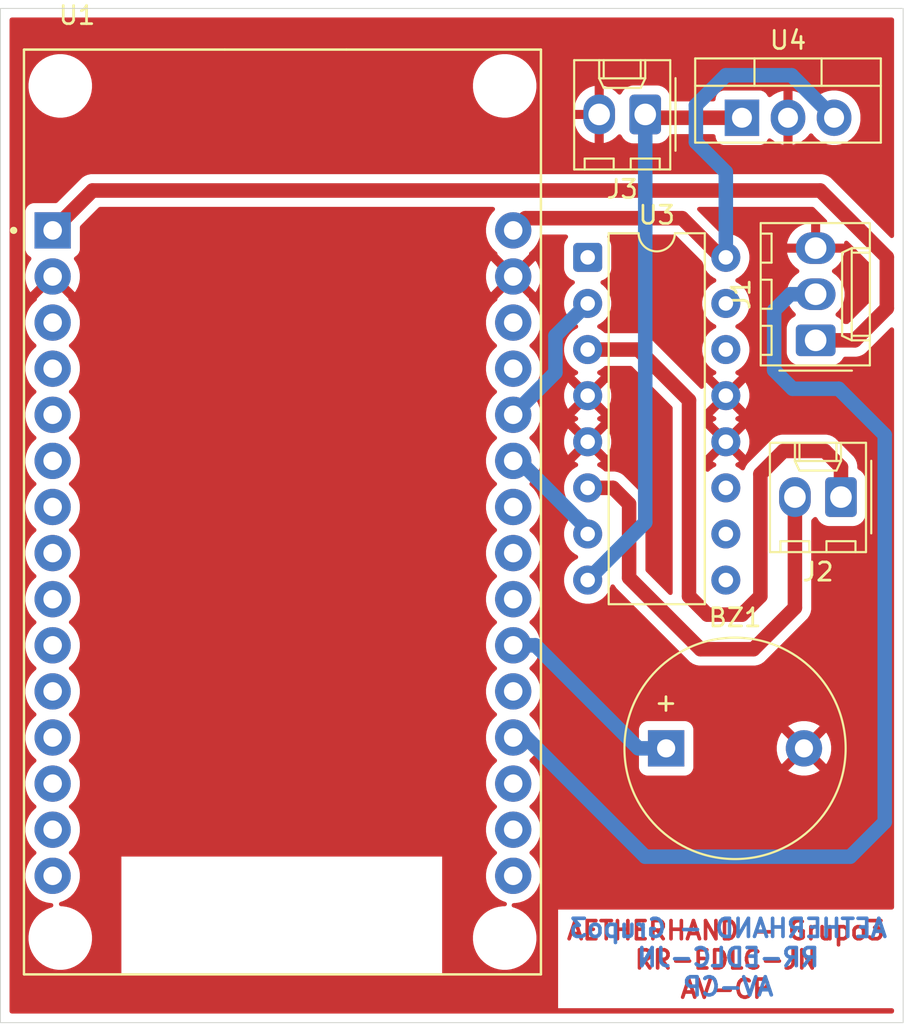
<source format=kicad_pcb>
(kicad_pcb (version 20241229) (generator "pcbnew") (generator_version "9.0")
  (layers (0 "F.Cu" signal) (2 "B.Cu" signal) (13 "F.Paste" user) (15 "B.Paste" user) (5 "F.SilkS" user "F.Silkscreen") (7 "B.SilkS" user "B.Silkscreen") (1 "F.Mask" user) (3 "B.Mask" user) (25 "Edge.Cuts" user))
  (net 0 "")
  (net 1 "+12V")
  (net 2 "/Mano/MOTOR A")
  (net 3 "/Mano/MOTOR B")
  (net 4 "GND")
  (net 8 "/Mano/3.3V")
  (net 20 "/Mano/5V/5V")
  (net 30 "/Mano/BUZZER/GPIO 32")
  (net 34 "/Mano/Controlador de motor/GPIO 14")
  (net 35 "/Mano/Controlador de motor/GPIO 27")
  (net 36 "/Mano/D34")
  (footprint "ESP32-DEVKIT-V1:MODULE_ESP32_DEVKIT_V1" (layer "F.Cu") (at 90.255 61.273)
    (property "Reference" "U1" (at -11.355 -27.36 0) (layer "F.SilkS"))
    (property "Value" "ESP32-DEVKIT-V1")
    (fp_line (start -14.28 -25.475) (end -3.211 -25.475) (stroke (width 0.127)) (layer "F.SilkS"))
    (fp_line (start -14.28 -25.475) (end 14.23 -25.475) (stroke (width 0.127)) (layer "F.SilkS"))
    (fp_line (start -14.28 25.475) (end -14.28 -25.475) (stroke (width 0.127)) (layer "F.SilkS"))
    (fp_line (start -14.28 25.475) (end -14.28 -25.475) (stroke (width 0.127)) (layer "F.SilkS"))
    (fp_line (start -14.28 25.475) (end -8.91 25.475) (stroke (width 0.127)) (layer "F.SilkS"))
    (fp_line (start -8.91 25.475) (end 8.78 25.475) (stroke (width 0.127)) (layer "F.SilkS"))
    (fp_line (start -3.211 -25.475) (end 3.5 -25.475) (stroke (width 0.127)) (layer "F.SilkS"))
    (fp_line (start 3.5 -25.475) (end 14.23 -25.475) (stroke (width 0.127)) (layer "F.SilkS"))
    (fp_line (start 8.78 25.475) (end 14.23 25.475) (stroke (width 0.127)) (layer "F.SilkS"))
    (fp_line (start 14.23 -25.475) (end 14.23 25.475) (stroke (width 0.127)) (layer "F.SilkS"))
    (fp_line (start 14.23 -25.475) (end 14.23 25.475) (stroke (width 0.127)) (layer "F.SilkS"))
    (fp_line (start 14.23 25.475) (end -14.28 25.475) (stroke (width 0.127)) (layer "F.SilkS"))
    (fp_circle (center -14.85 -15.515) (end -14.75 -15.515) (stroke (width 0.2)) (fill no) (layer "F.SilkS"))
    (pad "" np_thru_hole circle (at -12.28 -23.475) (size 3 3) (drill 3) (layers "*.Cu" "*.Mask"))
    (pad "" np_thru_hole circle (at -12.28 23.475) (size 3 3) (drill 3) (layers "*.Cu" "*.Mask"))
    (pad "" np_thru_hole circle (at 12.23 -23.475) (size 3 3) (drill 3) (layers "*.Cu" "*.Mask"))
    (pad "" np_thru_hole circle (at 12.23 23.475) (size 3 3) (drill 3) (layers "*.Cu" "*.Mask"))
    (pad "1" thru_hole rect (at -12.7 -15.515) (size 2 2) (drill 1.02) (layers "*.Cu" "*.Mask") (net 8 "/Mano/3.3V"))
    (pad "2" thru_hole circle (at -12.7 -12.975) (size 2 2) (drill 1.02) (layers "*.Cu" "*.Mask") (net 4 "GND"))
    (pad "3" thru_hole circle (at -12.7 -10.435) (size 2 2) (drill 1.02) (layers "*.Cu" "*.Mask"))
    (pad "4" thru_hole circle (at -12.7 -7.895) (size 2 2) (drill 1.02) (layers "*.Cu" "*.Mask"))
    (pad "5" thru_hole circle (at -12.7 -5.355) (size 2 2) (drill 1.02) (layers "*.Cu" "*.Mask"))
    (pad "6" thru_hole circle (at -12.7 -2.815) (size 2 2) (drill 1.02) (layers "*.Cu" "*.Mask"))
    (pad "7" thru_hole circle (at -12.7 -0.275) (size 2 2) (drill 1.02) (layers "*.Cu" "*.Mask"))
    (pad "8" thru_hole circle (at -12.7 2.265) (size 2 2) (drill 1.02) (layers "*.Cu" "*.Mask"))
    (pad "9" thru_hole circle (at -12.7 4.805) (size 2 2) (drill 1.02) (layers "*.Cu" "*.Mask"))
    (pad "10" thru_hole circle (at -12.7 7.345) (size 2 2) (drill 1.02) (layers "*.Cu" "*.Mask"))
    (pad "11" thru_hole circle (at -12.7 9.885) (size 2 2) (drill 1.02) (layers "*.Cu" "*.Mask"))
    (pad "12" thru_hole circle (at -12.7 12.425) (size 2 2) (drill 1.02) (layers "*.Cu" "*.Mask"))
    (pad "13" thru_hole circle (at -12.7 14.965) (size 2 2) (drill 1.02) (layers "*.Cu" "*.Mask"))
    (pad "14" thru_hole circle (at -12.7 17.505) (size 2 2) (drill 1.02) (layers "*.Cu" "*.Mask"))
    (pad "15" thru_hole circle (at -12.7 20.045) (size 2 2) (drill 1.02) (layers "*.Cu" "*.Mask"))
    (pad "16" thru_hole circle (at 12.7 20.045) (size 2 2) (drill 1.02) (layers "*.Cu" "*.Mask"))
    (pad "17" thru_hole circle (at 12.7 17.505) (size 2 2) (drill 1.02) (layers "*.Cu" "*.Mask"))
    (pad "18" thru_hole circle (at 12.7 14.965) (size 2 2) (drill 1.02) (layers "*.Cu" "*.Mask"))
    (pad "19" thru_hole circle (at 12.7 12.425) (size 2 2) (drill 1.02) (layers "*.Cu" "*.Mask") (net 36 "/Mano/D34"))
    (pad "20" thru_hole circle (at 12.7 9.885) (size 2 2) (drill 1.02) (layers "*.Cu" "*.Mask"))
    (pad "21" thru_hole circle (at 12.7 7.345) (size 2 2) (drill 1.02) (layers "*.Cu" "*.Mask") (net 30 "/Mano/BUZZER/GPIO 32"))
    (pad "22" thru_hole circle (at 12.7 4.805) (size 2 2) (drill 1.02) (layers "*.Cu" "*.Mask"))
    (pad "23" thru_hole circle (at 12.7 2.265) (size 2 2) (drill 1.02) (layers "*.Cu" "*.Mask"))
    (pad "24" thru_hole circle (at 12.7 -0.275) (size 2 2) (drill 1.02) (layers "*.Cu" "*.Mask"))
    (pad "25" thru_hole circle (at 12.7 -2.815) (size 2 2) (drill 1.02) (layers "*.Cu" "*.Mask") (net 35 "/Mano/Controlador de motor/GPIO 27"))
    (pad "26" thru_hole circle (at 12.7 -5.355) (size 2 2) (drill 1.02) (layers "*.Cu" "*.Mask") (net 34 "/Mano/Controlador de motor/GPIO 14"))
    (pad "27" thru_hole circle (at 12.7 -7.895) (size 2 2) (drill 1.02) (layers "*.Cu" "*.Mask"))
    (pad "28" thru_hole circle (at 12.7 -10.435) (size 2 2) (drill 1.02) (layers "*.Cu" "*.Mask"))
    (pad "29" thru_hole circle (at 12.7 -12.975) (size 2 2) (drill 1.02) (layers "*.Cu" "*.Mask") (net 4 "GND"))
    (pad "30" thru_hole circle (at 12.7 -15.515) (size 2 2) (drill 1.02) (layers "*.Cu" "*.Mask") (net 20 "/Mano/5V/5V"))
    (zone (net 0) (net_name "") (layer "F.Cu") (connect_pads (clearance 0)) (min_thickness 0.01)
      (keepout (tracks not_allowed) (vias not_allowed) (pads not_allowed) (copperpour not_allowed) (footprints allowed))
      (fill (thermal_gap 0.508) (thermal_bridge_width 0.508))
      (polygon (pts (xy 81.345 80.258) (xy 99.035 80.258) (xy 99.035 86.748) (xy 81.345 86.748)))
    )
  )
  (footprint "Connector_Molex:Molex_KK-254_AE-6410-02A_1x02_P2.54mm_Vertical" (layer "F.Cu") (at 110.236 39.37 180)
    (property "Reference" "J3" (at 1.27 -4.12 0) (layer "F.SilkS"))
    (property "Value" "ALI")
    (fp_line (start 3.92 2.99) (end 3.92 -3.03) (stroke (width 0.12)) (layer "F.SilkS"))
    (fp_line (start 3.92 -3.03) (end -1.38 -3.03) (stroke (width 0.12)) (layer "F.SilkS"))
    (fp_line (start 3.34 -2.43) (end 3.34 -3.03) (stroke (width 0.12)) (layer "F.SilkS"))
    (fp_line (start 2.54 1.99) (end 2.54 2.99) (stroke (width 0.12)) (layer "F.SilkS"))
    (fp_line (start 2.29 2.99) (end 2.29 1.99) (stroke (width 0.12)) (layer "F.SilkS"))
    (fp_line (start 2.29 1.46) (end 2.54 1.99) (stroke (width 0.12)) (layer "F.SilkS"))
    (fp_line (start 1.74 -2.43) (end 3.34 -2.43) (stroke (width 0.12)) (layer "F.SilkS"))
    (fp_line (start 1.74 -3.03) (end 1.74 -2.43) (stroke (width 0.12)) (layer "F.SilkS"))
    (fp_line (start 0.8 -2.43) (end 0.8 -3.03) (stroke (width 0.12)) (layer "F.SilkS"))
    (fp_line (start 0.25 2.99) (end 0.25 1.99) (stroke (width 0.12)) (layer "F.SilkS"))
    (fp_line (start 0.25 1.46) (end 2.29 1.46) (stroke (width 0.12)) (layer "F.SilkS"))
    (fp_line (start 0 2.99) (end 0 1.99) (stroke (width 0.12)) (layer "F.SilkS"))
    (fp_line (start 0 1.99) (end 2.54 1.99) (stroke (width 0.12)) (layer "F.SilkS"))
    (fp_line (start 0 1.99) (end 0.25 1.46) (stroke (width 0.12)) (layer "F.SilkS"))
    (fp_line (start -0.8 -2.43) (end 0.8 -2.43) (stroke (width 0.12)) (layer "F.SilkS"))
    (fp_line (start -0.8 -3.03) (end -0.8 -2.43) (stroke (width 0.12)) (layer "F.SilkS"))
    (fp_line (start -1.38 2.99) (end 3.92 2.99) (stroke (width 0.12)) (layer "F.SilkS"))
    (fp_line (start -1.38 -3.03) (end -1.38 2.99) (stroke (width 0.12)) (layer "F.SilkS"))
    (fp_line (start -1.67 -2) (end -1.67 2) (stroke (width 0.12)) (layer "F.SilkS"))
    (pad "1" thru_hole roundrect (at 0 0 180) (size 1.74 2.19) (drill 1.19) (layers "*.Cu" "*.Mask") (roundrect_rratio 0.143678) (net 1 "+12V"))
    (pad "2" thru_hole oval (at 2.54 0 180) (size 1.74 2.19) (drill 1.19) (layers "*.Cu" "*.Mask") (net 4 "GND"))
  )
  (footprint "Package_DIP:DIP-16_W7.62mm" (layer "F.Cu") (at 107.061 47.244)
    (property "Reference" "U3" (at 3.81 -2.33 0) (layer "F.SilkS"))
    (property "Value" "L293D")
    (fp_line (start 1.16 -1.33) (end 1.16 19.11) (stroke (width 0.12)) (layer "F.SilkS"))
    (fp_line (start 1.16 19.11) (end 6.46 19.11) (stroke (width 0.12)) (layer "F.SilkS"))
    (fp_line (start 2.81 -1.33) (end 1.16 -1.33) (stroke (width 0.12)) (layer "F.SilkS"))
    (fp_line (start 6.46 -1.33) (end 4.81 -1.33) (stroke (width 0.12)) (layer "F.SilkS"))
    (fp_line (start 6.46 19.11) (end 6.46 -1.33) (stroke (width 0.12)) (layer "F.SilkS"))
    (fp_arc (start 4.81 -1.33) (mid 3.81 -0.33) (end 2.81 -1.33) (stroke (width 0.12)) (layer "F.SilkS"))
    (pad "1" thru_hole roundrect (at 0 0) (size 1.6 1.6) (drill 0.8) (layers "*.Cu" "*.Mask") (roundrect_rratio 0.15625))
    (pad "2" thru_hole circle (at 0 2.54) (size 1.6 1.6) (drill 0.8) (layers "*.Cu" "*.Mask") (net 34 "/Mano/Controlador de motor/GPIO 14"))
    (pad "3" thru_hole circle (at 0 5.08) (size 1.6 1.6) (drill 0.8) (layers "*.Cu" "*.Mask") (net 2 "/Mano/MOTOR A"))
    (pad "4" thru_hole circle (at 0 7.62) (size 1.6 1.6) (drill 0.8) (layers "*.Cu" "*.Mask") (net 4 "GND"))
    (pad "5" thru_hole circle (at 0 10.16) (size 1.6 1.6) (drill 0.8) (layers "*.Cu" "*.Mask") (net 4 "GND"))
    (pad "6" thru_hole circle (at 0 12.7) (size 1.6 1.6) (drill 0.8) (layers "*.Cu" "*.Mask") (net 3 "/Mano/MOTOR B"))
    (pad "7" thru_hole circle (at 0 15.24) (size 1.6 1.6) (drill 0.8) (layers "*.Cu" "*.Mask") (net 35 "/Mano/Controlador de motor/GPIO 27"))
    (pad "8" thru_hole circle (at 0 17.78) (size 1.6 1.6) (drill 0.8) (layers "*.Cu" "*.Mask") (net 1 "+12V"))
    (pad "9" thru_hole circle (at 7.62 17.78) (size 1.6 1.6) (drill 0.8) (layers "*.Cu" "*.Mask"))
    (pad "10" thru_hole circle (at 7.62 15.24) (size 1.6 1.6) (drill 0.8) (layers "*.Cu" "*.Mask"))
    (pad "11" thru_hole circle (at 7.62 12.7) (size 1.6 1.6) (drill 0.8) (layers "*.Cu" "*.Mask"))
    (pad "12" thru_hole circle (at 7.62 10.16) (size 1.6 1.6) (drill 0.8) (layers "*.Cu" "*.Mask") (net 4 "GND"))
    (pad "13" thru_hole circle (at 7.62 7.62) (size 1.6 1.6) (drill 0.8) (layers "*.Cu" "*.Mask") (net 4 "GND"))
    (pad "14" thru_hole circle (at 7.62 5.08) (size 1.6 1.6) (drill 0.8) (layers "*.Cu" "*.Mask"))
    (pad "15" thru_hole circle (at 7.62 2.54) (size 1.6 1.6) (drill 0.8) (layers "*.Cu" "*.Mask"))
    (pad "16" thru_hole circle (at 7.62 0) (size 1.6 1.6) (drill 0.8) (layers "*.Cu" "*.Mask") (net 20 "/Mano/5V/5V"))
  )
  (footprint "Buzzer_Beeper:Buzzer_12x9.5RM7.6" (layer "F.Cu") (at 111.389 74.295)
    (property "Reference" "BZ1" (at 3.8 -7.2 0) (layer "F.SilkS"))
    (property "Value" "Buzzer")
    (fp_circle (center 3.8 0) (end 9.9 0) (stroke (width 0.12)) (fill no) (layer "F.SilkS"))
    (fp_text user "+" (at -0.01 -2.54 0) (layer "F.SilkS"))
    (pad "1" thru_hole rect (at 0 0) (size 2 2) (drill 1) (layers "*.Cu" "*.Mask") (net 30 "/Mano/BUZZER/GPIO 32"))
    (pad "2" thru_hole circle (at 7.6 0) (size 2 2) (drill 1) (layers "*.Cu" "*.Mask") (net 4 "GND"))
  )
  (footprint "Connector_Molex:Molex_KK-254_AE-6410-02A_1x02_P2.54mm_Vertical" (layer "F.Cu") (at 121.031 60.452 180)
    (property "Reference" "J2" (at 1.27 -4.12 0) (layer "F.SilkS"))
    (property "Value" "Mano")
    (fp_line (start 3.92 2.99) (end 3.92 -3.03) (stroke (width 0.12)) (layer "F.SilkS"))
    (fp_line (start 3.92 -3.03) (end -1.38 -3.03) (stroke (width 0.12)) (layer "F.SilkS"))
    (fp_line (start 3.34 -2.43) (end 3.34 -3.03) (stroke (width 0.12)) (layer "F.SilkS"))
    (fp_line (start 2.54 1.99) (end 2.54 2.99) (stroke (width 0.12)) (layer "F.SilkS"))
    (fp_line (start 2.29 2.99) (end 2.29 1.99) (stroke (width 0.12)) (layer "F.SilkS"))
    (fp_line (start 2.29 1.46) (end 2.54 1.99) (stroke (width 0.12)) (layer "F.SilkS"))
    (fp_line (start 1.74 -2.43) (end 3.34 -2.43) (stroke (width 0.12)) (layer "F.SilkS"))
    (fp_line (start 1.74 -3.03) (end 1.74 -2.43) (stroke (width 0.12)) (layer "F.SilkS"))
    (fp_line (start 0.8 -2.43) (end 0.8 -3.03) (stroke (width 0.12)) (layer "F.SilkS"))
    (fp_line (start 0.25 2.99) (end 0.25 1.99) (stroke (width 0.12)) (layer "F.SilkS"))
    (fp_line (start 0.25 1.46) (end 2.29 1.46) (stroke (width 0.12)) (layer "F.SilkS"))
    (fp_line (start 0 2.99) (end 0 1.99) (stroke (width 0.12)) (layer "F.SilkS"))
    (fp_line (start 0 1.99) (end 2.54 1.99) (stroke (width 0.12)) (layer "F.SilkS"))
    (fp_line (start 0 1.99) (end 0.25 1.46) (stroke (width 0.12)) (layer "F.SilkS"))
    (fp_line (start -0.8 -2.43) (end 0.8 -2.43) (stroke (width 0.12)) (layer "F.SilkS"))
    (fp_line (start -0.8 -3.03) (end -0.8 -2.43) (stroke (width 0.12)) (layer "F.SilkS"))
    (fp_line (start -1.38 2.99) (end 3.92 2.99) (stroke (width 0.12)) (layer "F.SilkS"))
    (fp_line (start -1.38 -3.03) (end -1.38 2.99) (stroke (width 0.12)) (layer "F.SilkS"))
    (fp_line (start -1.67 -2) (end -1.67 2) (stroke (width 0.12)) (layer "F.SilkS"))
    (pad "1" thru_hole roundrect (at 0 0 180) (size 1.74 2.19) (drill 1.19) (layers "*.Cu" "*.Mask") (roundrect_rratio 0.143678) (net 2 "/Mano/MOTOR A"))
    (pad "2" thru_hole oval (at 2.54 0 180) (size 1.74 2.19) (drill 1.19) (layers "*.Cu" "*.Mask") (net 3 "/Mano/MOTOR B"))
  )
  (footprint "Connector_Molex:Molex_KK-254_AE-6410-03A_1x03_P2.54mm_Vertical" (layer "F.Cu") (at 119.634 51.816 90)
    (property "Reference" "J1" (at 2.54 -4.12 90) (layer "F.SilkS"))
    (property "Value" "Sensores")
    (fp_line (start 6.46 -3.03) (end -1.38 -3.03) (stroke (width 0.12)) (layer "F.SilkS"))
    (fp_line (start 4.28 -3.03) (end 4.28 -2.43) (stroke (width 0.12)) (layer "F.SilkS"))
    (fp_line (start 1.74 -3.03) (end 1.74 -2.43) (stroke (width 0.12)) (layer "F.SilkS"))
    (fp_line (start -0.8 -3.03) (end -0.8 -2.43) (stroke (width 0.12)) (layer "F.SilkS"))
    (fp_line (start -1.38 -3.03) (end -1.38 2.99) (stroke (width 0.12)) (layer "F.SilkS"))
    (fp_line (start 5.88 -2.43) (end 5.88 -3.03) (stroke (width 0.12)) (layer "F.SilkS"))
    (fp_line (start 4.28 -2.43) (end 5.88 -2.43) (stroke (width 0.12)) (layer "F.SilkS"))
    (fp_line (start 3.34 -2.43) (end 3.34 -3.03) (stroke (width 0.12)) (layer "F.SilkS"))
    (fp_line (start 1.74 -2.43) (end 3.34 -2.43) (stroke (width 0.12)) (layer "F.SilkS"))
    (fp_line (start 0.8 -2.43) (end 0.8 -3.03) (stroke (width 0.12)) (layer "F.SilkS"))
    (fp_line (start -0.8 -2.43) (end 0.8 -2.43) (stroke (width 0.12)) (layer "F.SilkS"))
    (fp_line (start -1.67 -2) (end -1.67 2) (stroke (width 0.12)) (layer "F.SilkS"))
    (fp_line (start 4.83 1.46) (end 5.08 1.99) (stroke (width 0.12)) (layer "F.SilkS"))
    (fp_line (start 0.25 1.46) (end 4.83 1.46) (stroke (width 0.12)) (layer "F.SilkS"))
    (fp_line (start 5.08 1.99) (end 5.08 2.99) (stroke (width 0.12)) (layer "F.SilkS"))
    (fp_line (start 0 1.99) (end 0.25 1.46) (stroke (width 0.12)) (layer "F.SilkS"))
    (fp_line (start 0 1.99) (end 5.08 1.99) (stroke (width 0.12)) (layer "F.SilkS"))
    (fp_line (start 6.46 2.99) (end 6.46 -3.03) (stroke (width 0.12)) (layer "F.SilkS"))
    (fp_line (start 4.83 2.99) (end 4.83 1.99) (stroke (width 0.12)) (layer "F.SilkS"))
    (fp_line (start 0.25 2.99) (end 0.25 1.99) (stroke (width 0.12)) (layer "F.SilkS"))
    (fp_line (start 0 2.99) (end 0 1.99) (stroke (width 0.12)) (layer "F.SilkS"))
    (fp_line (start -1.38 2.99) (end 6.46 2.99) (stroke (width 0.12)) (layer "F.SilkS"))
    (pad "1" thru_hole roundrect (at 0 0 90) (size 1.74 2.19) (drill 1.19) (layers "*.Cu" "*.Mask") (roundrect_rratio 0.143678) (net 8 "/Mano/3.3V"))
    (pad "2" thru_hole oval (at 2.54 0 90) (size 1.74 2.19) (drill 1.19) (layers "*.Cu" "*.Mask") (net 36 "/Mano/D34"))
    (pad "3" thru_hole oval (at 5.08 0 90) (size 1.74 2.19) (drill 1.19) (layers "*.Cu" "*.Mask") (net 4 "GND"))
  )
  (footprint "PCM_Package_TO_SOT_THT_AKL:TO-220-3_Vertical" (layer "F.Cu") (at 115.57 39.553)
    (property "Reference" "U4" (at 2.54 -4.27 0) (layer "F.SilkS"))
    (property "Value" "L7805CV" (hide yes))
    (fp_line (start -2.58 -3.27) (end -2.58 1.371) (stroke (width 0.12)) (layer "F.SilkS"))
    (fp_line (start -2.58 -3.27) (end 7.66 -3.27) (stroke (width 0.12)) (layer "F.SilkS"))
    (fp_line (start -2.58 -1.76) (end 7.66 -1.76) (stroke (width 0.12)) (layer "F.SilkS"))
    (fp_line (start -2.58 1.371) (end 7.66 1.371) (stroke (width 0.12)) (layer "F.SilkS"))
    (fp_line (start 0.69 -3.27) (end 0.69 -1.76) (stroke (width 0.12)) (layer "F.SilkS"))
    (fp_line (start 4.391 -3.27) (end 4.391 -1.76) (stroke (width 0.12)) (layer "F.SilkS"))
    (fp_line (start 7.66 -3.27) (end 7.66 1.371) (stroke (width 0.12)) (layer "F.SilkS"))
    (pad "1" thru_hole rect (at 0 0) (size 1.905 2) (drill 1.1) (layers "*.Cu" "*.Mask") (net 1 "+12V"))
    (pad "2" thru_hole oval (at 2.54 0) (size 1.905 2) (drill 1.1) (layers "*.Cu" "*.Mask") (net 4 "GND"))
    (pad "3" thru_hole oval (at 5.08 0) (size 1.905 2) (drill 1.1) (layers "*.Cu" "*.Mask") (net 20 "/Mano/5V/5V"))
  )
  (gr_rect (start 74.676 33.528) (end 124.46 89.408) (stroke (width 0.05)) (fill no) (layer "Edge.Cuts"))
  (gr_text "AETHERHAND - Grupo3\nRR-EDLC-JN\nAV-CP\n" (at 114.681 88.138 0) (layer "F.Cu") (effects (font (size 1 1) (thickness 0.2) (bold yes)) (justify bottom)))
  (gr_text "AETHERHAND - Grupo3\nRR-EDLC-JN\nAV-CP\n" (at 114.808 88.011 0) (layer "B.Cu") (effects (font (size 1 1) (thickness 0.2) (bold yes)) (justify bottom mirror)))
  (segment (start 110.419 39.553) (end 110.236 39.37) (width 0.8) (layer "F.Cu") (net 1))
  (segment (start 115.57 39.553) (end 110.419 39.553) (width 0.8) (layer "F.Cu") (net 1))
  (segment (start 110.236 61.849) (end 110.236 39.37) (width 0.8) (layer "B.Cu") (net 1))
  (segment (start 107.061 65.024) (end 110.236 61.849) (width 0.8) (layer "B.Cu") (net 1))
  (segment (start 113.665 66.929) (end 115.57 66.929) (width 0.8) (layer "F.Cu") (net 2))
  (segment (start 109.855 52.324) (end 112.649 55.118) (width 0.8) (layer "F.Cu") (net 2))
  (segment (start 121.031 58.801) (end 121.031 60.452) (width 0.8) (layer "F.Cu") (net 2))
  (segment (start 115.57 66.929) (end 116.586 65.913) (width 0.8) (layer "F.Cu") (net 2))
  (segment (start 117.856 57.912) (end 120.142 57.912) (width 0.8) (layer "F.Cu") (net 2))
  (segment (start 116.586 65.913) (end 116.586 59.182) (width 0.8) (layer "F.Cu") (net 2))
  (segment (start 112.649 65.913) (end 113.665 66.929) (width 0.8) (layer "F.Cu") (net 2))
  (segment (start 107.061 52.324) (end 109.855 52.324) (width 0.8) (layer "F.Cu") (net 2))
  (segment (start 112.649 55.118) (end 112.649 65.913) (width 0.8) (layer "F.Cu") (net 2))
  (segment (start 116.586 59.182) (end 117.856 57.912) (width 0.8) (layer "F.Cu") (net 2))
  (segment (start 120.142 57.912) (end 121.031 58.801) (width 0.8) (layer "F.Cu") (net 2))
  (segment (start 109.347 64.897) (end 109.347 60.833) (width 0.8) (layer "F.Cu") (net 3))
  (segment (start 118.491 66.548) (end 116.205 68.834) (width 0.8) (layer "F.Cu") (net 3))
  (segment (start 113.284 68.834) (end 109.347 64.897) (width 0.8) (layer "F.Cu") (net 3))
  (segment (start 108.458 59.944) (end 107.061 59.944) (width 0.8) (layer "F.Cu") (net 3))
  (segment (start 118.491 60.452) (end 118.491 66.548) (width 0.8) (layer "F.Cu") (net 3))
  (segment (start 116.205 68.834) (end 113.284 68.834) (width 0.8) (layer "F.Cu") (net 3))
  (segment (start 109.347 60.833) (end 108.458 59.944) (width 0.8) (layer "F.Cu") (net 3))
  (segment (start 118.11 40.1675) (end 118.11 39.553) (width 0.8) (layer "F.Cu") (net 4))
  (segment (start 107.696 39.37) (end 107.696 39.505424) (width 0.8) (layer "F.Cu") (net 4))
  (segment (start 119.888 43.561) (end 123.559 47.232) (width 0.8) (layer "F.Cu") (net 8))
  (segment (start 123.559 47.232) (end 123.559 50.05) (width 0.8) (layer "F.Cu") (net 8))
  (segment (start 123.559 50.05) (end 121.793 51.816) (width 0.8) (layer "F.Cu") (net 8))
  (segment (start 121.793 51.816) (end 119.634 51.816) (width 0.8) (layer "F.Cu") (net 8))
  (segment (start 77.555 45.758) (end 79.752 43.561) (width 0.8) (layer "F.Cu") (net 8))
  (segment (start 79.752 43.561) (end 119.888 43.561) (width 0.8) (layer "F.Cu") (net 8))
  (segment (start 114.427 47.244) (end 112.268 45.085) (width 0.8) (layer "F.Cu") (net 20))
  (segment (start 103.628 45.085) (end 102.955 45.758) (width 0.8) (layer "F.Cu") (net 20))
  (segment (start 114.681 47.244) (end 114.427 47.244) (width 0.8) (layer "F.Cu") (net 20))
  (segment (start 112.268 45.085) (end 103.628 45.085) (width 0.8) (layer "F.Cu") (net 20))
  (segment (start 113.03 40.894) (end 113.03 38.862) (width 0.8) (layer "B.Cu") (net 20))
  (segment (start 114.681 37.211) (end 118.308 37.211) (width 0.8) (layer "B.Cu") (net 20))
  (segment (start 103.247 45.466) (end 102.955 45.758) (width 0.8) (layer "B.Cu") (net 20))
  (segment (start 114.681 47.244) (end 114.681 42.545) (width 0.8) (layer "B.Cu") (net 20))
  (segment (start 118.308 37.211) (end 120.65 39.553) (width 0.8) (layer "B.Cu") (net 20))
  (segment (start 113.03 38.862) (end 114.681 37.211) (width 0.8) (layer "B.Cu") (net 20))
  (segment (start 114.681 42.545) (end 113.03 40.894) (width 0.8) (layer "B.Cu") (net 20))
  (segment (start 109.855 74.295) (end 104.178 68.618) (width 0.8) (layer "B.Cu") (net 30))
  (segment (start 111.389 74.295) (end 109.855 74.295) (width 0.8) (layer "B.Cu") (net 30))
  (segment (start 104.178 68.618) (end 102.955 68.618) (width 0.8) (layer "B.Cu") (net 30))
  (segment (start 107.061 49.784) (end 105.283 51.562) (width 0.8) (layer "B.Cu") (net 34))
  (segment (start 105.283 53.59) (end 102.955 55.918) (width 0.8) (layer "B.Cu") (net 34))
  (segment (start 105.283 51.562) (end 105.283 53.59) (width 0.8) (layer "B.Cu") (net 34))
  (segment (start 103.289 58.458) (end 102.955 58.458) (width 0.8) (layer "B.Cu") (net 35))
  (segment (start 107.061 62.23) (end 103.289 58.458) (width 0.8) (layer "B.Cu") (net 35))
  (segment (start 107.061 62.484) (end 107.061 62.23) (width 0.8) (layer "B.Cu") (net 35))
  (segment (start 118.364 54.483) (end 120.904 54.483) (width 0.8) (layer "B.Cu") (net 36))
  (segment (start 120.904 54.483) (end 123.444 57.023) (width 0.8) (layer "B.Cu") (net 36))
  (segment (start 123.444 78.359) (end 121.539 80.264) (width 0.8) (layer "B.Cu") (net 36))
  (segment (start 117.348 50.165) (end 117.348 53.467) (width 0.8) (layer "B.Cu") (net 36))
  (segment (start 118.237 49.276) (end 117.348 50.165) (width 0.8) (layer "B.Cu") (net 36))
  (segment (start 123.444 57.023) (end 123.444 78.359) (width 0.8) (layer "B.Cu") (net 36))
  (segment (start 119.634 49.276) (end 118.237 49.276) (width 0.8) (layer "B.Cu") (net 36))
  (segment (start 110.236 80.264) (end 103.67 73.698) (width 0.8) (layer "B.Cu") (net 36))
  (segment (start 121.539 80.264) (end 110.236 80.264) (width 0.8) (layer "B.Cu") (net 36))
  (segment (start 117.348 53.467) (end 118.364 54.483) (width 0.8) (layer "B.Cu") (net 36))
  (segment (start 103.67 73.698) (end 102.955 73.698) (width 0.8) (layer "B.Cu") (net 36))
  (zone (net 4) (net_name "GND") (layer "F.Cu") (connect_pads (clearance 0.5)) (min_thickness 0.25) (fill yes (thermal_gap 0.5) (thermal_bridge_width 0.5))
    (polygon (pts (xy 74.676 33.528) (xy 124.46 33.528) (xy 124.46 89.281) (xy 74.676 89.281)))
  )
)
</source>
